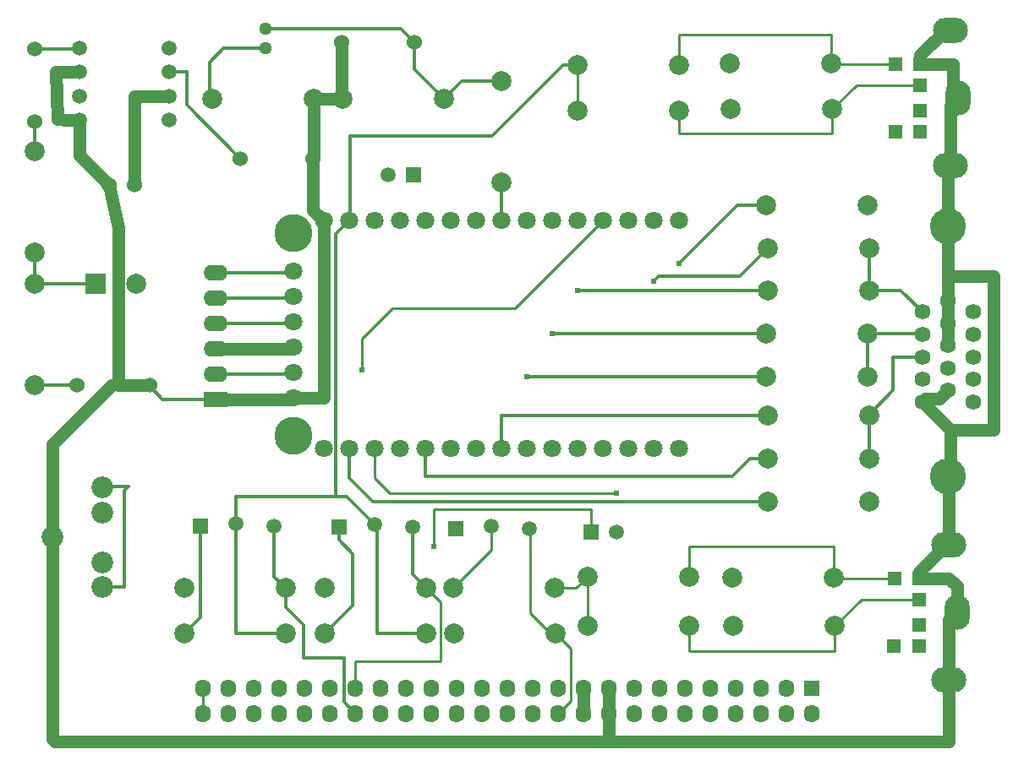
<source format=gbl>
G04 Layer: BottomLayer*
G04 EasyEDA v6.5.39, 2024-10-15 13:45:21*
G04 028e3914a6f949ed9ca799ef75e4ed4f,10*
G04 Gerber Generator version 0.2*
G04 Scale: 100 percent, Rotated: No, Reflected: No *
G04 Dimensions in inches *
G04 leading zeros omitted , absolute positions ,3 integer and 6 decimal *
%FSLAX36Y36*%
%MOIN*%

%ADD10C,0.0500*%
%ADD11C,0.0100*%
%ADD12C,0.0120*%
%ADD13R,0.0591X0.0591*%
%ADD14C,0.0591*%
%ADD15C,0.0787*%
%ADD16O,0.094488X0.06299199999999999*%
%ADD17R,0.0945X0.0630*%
%ADD18C,0.0590*%
%ADD19R,0.0590X0.0590*%
%ADD20C,0.1417*%
%ADD21C,0.0627*%
%ADD22C,0.0600*%
%ADD23C,0.0512*%
%ADD24R,0.0787X0.0787*%
%ADD25C,0.0860*%
%ADD26C,0.0598*%
%ADD27C,0.0709*%
%ADD28C,0.1500*%
%ADD29O,0.062X0.07*%
%ADD30R,0.0620X0.0620*%
%ADD31O,0.138X0.1*%
%ADD32O,0.1X0.138*%
%ADD33R,0.0560X0.0560*%
%ADD34C,0.0240*%
%ADD35C,0.0185*%

%LPD*%
D10*
X2350000Y-2700000D02*
G01*
X2350000Y-2800000D01*
X2250000Y-2800000D02*
G01*
X2250000Y-2700000D01*
D11*
X750000Y-2800000D02*
G01*
X750000Y-2700000D01*
X2280000Y-2085000D02*
G01*
X2280000Y-1995000D01*
X1660000Y-1995000D01*
X1660000Y-2140000D01*
X1425000Y-1755000D02*
G01*
X1425000Y-1870000D01*
X1485000Y-1930000D01*
X2380000Y-1930000D01*
X1375000Y-1445000D02*
G01*
X1375000Y-1320000D01*
X1495000Y-1200000D01*
X1980000Y-1200000D01*
X2325000Y-855000D01*
D12*
X1575000Y-2065000D02*
G01*
X1575000Y-2250000D01*
X1630000Y-2305000D01*
X1075000Y-2305000D02*
G01*
X1075000Y-2380000D01*
X1145000Y-2450000D01*
X1145000Y-2580000D01*
X1305000Y-2580000D01*
X1305000Y-2755000D01*
X1350000Y-2800000D01*
X740000Y-2060000D02*
G01*
X740000Y-2420000D01*
X675000Y-2485000D01*
X1230000Y-2485000D02*
G01*
X1340000Y-2375000D01*
X1340000Y-2170000D01*
X1285000Y-2115000D01*
X1285000Y-2065000D01*
X1325000Y-1755000D02*
G01*
X1325000Y-1870000D01*
X1420000Y-1965000D01*
X2975000Y-1965000D01*
X353499Y-1908000D02*
G01*
X356500Y-1905000D01*
X455000Y-1905000D01*
X440000Y-1920000D01*
X440000Y-2300000D01*
X438000Y-2301999D01*
X353499Y-2301999D01*
X880000Y-2050000D02*
G01*
X880000Y-1945000D01*
X1315000Y-1945000D01*
X1425000Y-2055000D01*
X617159Y-267761D02*
G01*
X685000Y-267761D01*
X685000Y-398701D01*
X896298Y-610000D01*
X880000Y-2050000D02*
G01*
X880000Y-2485000D01*
X1075000Y-2485000D01*
X1030000Y-2060000D02*
G01*
X1030000Y-2260000D01*
X1075000Y-2305000D01*
X2225000Y-240000D02*
G01*
X2170000Y-240000D01*
X1890000Y-520000D01*
X1330000Y-520000D01*
X1330000Y-850000D01*
X1325000Y-855000D01*
X3375000Y-1625000D02*
G01*
X3375000Y-1620000D01*
X3470000Y-1525000D01*
X3470000Y-1392150D01*
X3585000Y-1392150D01*
X3375000Y-1625000D02*
G01*
X3375000Y-1795000D01*
X3370000Y-1300000D02*
G01*
X3370000Y-1470000D01*
X3370000Y-1300000D02*
G01*
X3581430Y-1300000D01*
X3585000Y-1303569D01*
X3375000Y-1130000D02*
G01*
X3500020Y-1130000D01*
X3585000Y-1214980D01*
X3375000Y-965000D02*
G01*
X3375000Y-1130000D01*
X538699Y-1505000D02*
G01*
X538699Y-1508699D01*
X590000Y-1560000D01*
X800000Y-1560000D01*
X800000Y-1460000D02*
G01*
X1100000Y-1460000D01*
X1105000Y-1455000D01*
X800000Y-1260000D02*
G01*
X1100000Y-1260000D01*
X1105000Y-1255000D01*
X800000Y-1160000D02*
G01*
X1100000Y-1160000D01*
X1105000Y-1155000D01*
X800000Y-1060000D02*
G01*
X1100000Y-1060000D01*
X1105000Y-1055000D01*
X85000Y-1505000D02*
G01*
X251298Y-1505000D01*
X85000Y-1105000D02*
G01*
X326260Y-1105000D01*
X85000Y-980000D02*
G01*
X85000Y-1105000D01*
X85000Y-463699D02*
G01*
X85000Y-580000D01*
X85000Y-176298D02*
G01*
X259801Y-176298D01*
X262829Y-173270D01*
X995000Y-174369D02*
G01*
X830630Y-174369D01*
X775000Y-230000D01*
X775000Y-365000D01*
X785000Y-375000D01*
X1583701Y-150000D02*
G01*
X1583701Y-258701D01*
X1700000Y-375000D01*
X995000Y-95630D02*
G01*
X1529331Y-95630D01*
X1583701Y-150000D01*
X1925000Y-705000D02*
G01*
X1925000Y-855000D01*
X1925000Y-305000D02*
G01*
X1770000Y-305000D01*
X1700000Y-375000D01*
X1325000Y-855000D02*
G01*
X1273288Y-906712D01*
X1273288Y-1945000D01*
X1425000Y-2055000D02*
G01*
X1435000Y-2065000D01*
X1435000Y-2485000D01*
X1630000Y-2485000D01*
X1625000Y-1755000D02*
G01*
X1625000Y-1865000D01*
X2835000Y-1865000D01*
X2905000Y-1795000D01*
X2975000Y-1795000D01*
X1925000Y-1755000D02*
G01*
X1925000Y-1625000D01*
X2975000Y-1625000D01*
X2025000Y-1470000D02*
G01*
X2970000Y-1470000D01*
X2125000Y-1300000D02*
G01*
X2970000Y-1300000D01*
X2225000Y-1130000D02*
G01*
X2975000Y-1130000D01*
X2525000Y-1095000D02*
G01*
X2545000Y-1075000D01*
X2865000Y-1075000D01*
X2975000Y-965000D01*
X2625000Y-1025000D02*
G01*
X2855000Y-795000D01*
X2970000Y-795000D01*
D11*
X2225000Y-240000D02*
G01*
X2225000Y-420000D01*
X2625000Y-240000D02*
G01*
X2625000Y-120000D01*
X3225000Y-120000D01*
X3225000Y-235000D01*
X3225000Y-235000D02*
G01*
X3226000Y-235999D01*
X3481000Y-235999D01*
X3230000Y-415000D02*
G01*
X3326000Y-319000D01*
X3576999Y-319000D01*
X2625000Y-420000D02*
G01*
X2625000Y-510000D01*
X3230000Y-510000D01*
X3230000Y-415000D01*
X2265000Y-2260000D02*
G01*
X2265000Y-2455000D01*
X3235000Y-2265000D02*
G01*
X3236000Y-2265999D01*
X3476000Y-2265999D01*
X3240000Y-2455000D02*
G01*
X3346000Y-2349000D01*
X3571999Y-2349000D01*
X2665000Y-2455000D02*
G01*
X2665000Y-2555000D01*
X3240000Y-2555000D01*
X3240000Y-2455000D01*
X2665000Y-2260000D02*
G01*
X2665000Y-2140000D01*
X3235000Y-2140000D01*
X3235000Y-2265000D01*
X1885000Y-2060000D02*
G01*
X1885000Y-2155000D01*
X1735000Y-2305000D01*
X2135000Y-2305000D02*
G01*
X2220000Y-2305000D01*
X2265000Y-2260000D01*
X2140000Y-2485000D02*
G01*
X2200000Y-2545000D01*
X2200000Y-2750000D01*
X2150000Y-2800000D01*
X2140000Y-2485000D02*
G01*
X2120000Y-2485000D01*
X2040000Y-2405000D01*
X2040000Y-2075000D01*
X2035000Y-2070000D01*
X1350000Y-2700000D02*
G01*
X1350000Y-2595000D01*
X1685000Y-2595000D01*
X1685000Y-2360000D01*
X1630000Y-2305000D01*
D10*
X617199Y-362199D02*
G01*
X480000Y-362199D01*
X479200Y-715000D01*
X3721999Y-2400000D02*
G01*
X3690000Y-2431999D01*
X3690000Y-2668000D01*
X3680000Y-2133998D02*
G01*
X3571999Y-2241999D01*
X3571999Y-2265999D01*
X3685000Y-1862130D02*
G01*
X3690000Y-1867130D01*
X3690000Y-2133998D01*
X3695000Y-1871415D02*
G01*
X3695000Y-1679310D01*
X3585000Y-1569310D01*
X3695000Y-887156D02*
G01*
X3685000Y-897156D01*
X3685000Y-1170689D01*
X3695000Y-638000D02*
G01*
X3685000Y-648000D01*
X3685000Y-877869D01*
X3726999Y-370000D02*
G01*
X3695000Y-401999D01*
X3695000Y-638000D01*
X3706999Y-370000D02*
G01*
X3706999Y-236999D01*
X3706000Y-235999D01*
X3576999Y-235999D01*
X3675000Y-103998D02*
G01*
X3576999Y-201999D01*
X3576999Y-235999D01*
X156500Y-2105000D02*
G01*
X155000Y-2106500D01*
X155000Y-2900000D01*
X165000Y-2910000D01*
X2350000Y-2910000D01*
X2350000Y-2800000D01*
X3690000Y-2668000D02*
G01*
X3690000Y-2910000D01*
X2355000Y-2910000D01*
X538699Y-1505000D02*
G01*
X415000Y-1505000D01*
X415000Y-885000D01*
X380799Y-715000D01*
X156500Y-2105000D02*
G01*
X156500Y-1736813D01*
X388314Y-1505000D01*
X262829Y-456730D02*
G01*
X262829Y-597040D01*
X380790Y-715000D01*
X1296301Y-150000D02*
G01*
X1296301Y-371300D01*
X1300000Y-375000D01*
X1185000Y-375000D02*
G01*
X1185000Y-608699D01*
X1183698Y-610000D01*
X1300000Y-375000D02*
G01*
X1185000Y-375000D01*
X1183698Y-610000D02*
G01*
X1183698Y-813699D01*
X1225000Y-855000D01*
X1225000Y-855000D02*
G01*
X1225000Y-1555000D01*
X1105000Y-1555000D01*
X800000Y-1560000D02*
G01*
X1100000Y-1560000D01*
X1105000Y-1555000D01*
X3685000Y-1347890D02*
G01*
X3685000Y-1259310D01*
X3685000Y-1259310D02*
G01*
X3685000Y-1170720D01*
X3685000Y-1525000D02*
G01*
X3653599Y-1556399D01*
X3595000Y-1556399D01*
X800000Y-1360000D02*
G01*
X1100000Y-1360000D01*
X1105000Y-1355000D01*
X3695000Y-1679310D02*
G01*
X3865000Y-1679310D01*
X3865000Y-1075000D01*
X3685000Y-1075000D01*
X262829Y-267761D02*
G01*
X170000Y-267761D01*
X175000Y-455000D01*
X259560Y-460000D01*
X262829Y-456730D01*
X3571999Y-2265999D02*
G01*
X3691000Y-2265999D01*
X3721999Y-2296999D01*
X3721999Y-2400000D01*
D13*
G01*
X1745000Y-2070000D03*
D14*
G01*
X1885000Y-2060000D03*
G01*
X2035000Y-2070000D03*
D15*
G01*
X1735000Y-2305000D03*
G01*
X2135000Y-2305000D03*
G01*
X1740000Y-2485000D03*
G01*
X2140000Y-2485000D03*
D16*
G01*
X800000Y-1060000D03*
G01*
X800000Y-1160000D03*
G01*
X800000Y-1260000D03*
G01*
X800000Y-1360000D03*
G01*
X800000Y-1460000D03*
D17*
G01*
X800000Y-1560000D03*
D18*
G01*
X2380000Y-2085000D03*
D19*
G01*
X2280000Y-2085000D03*
D18*
G01*
X1480000Y-675000D03*
D19*
G01*
X1580000Y-675000D03*
D20*
G01*
X3685000Y-1862159D03*
G01*
X3685000Y-877899D03*
D21*
G01*
X3585000Y-1569340D03*
G01*
X3585000Y-1480760D03*
G01*
X3585000Y-1392179D03*
G01*
X3585000Y-1303600D03*
G01*
X3585000Y-1215010D03*
G01*
X3685000Y-1525050D03*
G01*
X3685000Y-1436469D03*
G01*
X3685000Y-1347890D03*
G01*
X3685000Y-1259310D03*
G01*
X3685000Y-1170720D03*
G01*
X3785000Y-1569340D03*
G01*
X3785000Y-1480760D03*
G01*
X3785000Y-1392179D03*
G01*
X3785000Y-1303600D03*
G01*
X3785000Y-1215010D03*
D22*
G01*
X1583699Y-150000D03*
G01*
X1296300Y-150000D03*
G01*
X896300Y-610000D03*
G01*
X1183699Y-610000D03*
G01*
X85000Y-176300D03*
G01*
X85000Y-463699D03*
G01*
X251300Y-1505000D03*
G01*
X538699Y-1505000D03*
D23*
G01*
X995000Y-95630D03*
G01*
X995000Y-174369D03*
D22*
G01*
X479209Y-715000D03*
G01*
X380790Y-715000D03*
D24*
G01*
X326260Y-1105000D03*
D15*
G01*
X487680Y-1105000D03*
D25*
G01*
X156500Y-2105000D03*
G01*
X353499Y-2006999D03*
G01*
X353499Y-1908000D03*
G01*
X353499Y-2203000D03*
G01*
X353499Y-2301999D03*
D26*
G01*
X262829Y-173270D03*
G01*
X262829Y-267759D03*
G01*
X262829Y-362240D03*
G01*
X262829Y-456729D03*
G01*
X617159Y-456729D03*
G01*
X617159Y-362240D03*
G01*
X617159Y-267759D03*
G01*
X617159Y-173270D03*
D27*
G01*
X1225000Y-1755000D03*
G01*
X1325000Y-1755000D03*
G01*
X1425000Y-1755000D03*
G01*
X1525000Y-1755000D03*
G01*
X1625000Y-1755000D03*
G01*
X1725000Y-1755000D03*
G01*
X1825000Y-1755000D03*
G01*
X1925000Y-1755000D03*
G01*
X2025000Y-1755000D03*
G01*
X2125000Y-1755000D03*
G01*
X2225000Y-1755000D03*
G01*
X2325000Y-1755000D03*
G01*
X2425000Y-1755000D03*
G01*
X2525000Y-1755000D03*
G01*
X2625000Y-1755000D03*
G01*
X2625000Y-855000D03*
G01*
X2525000Y-855000D03*
G01*
X2425000Y-855000D03*
G01*
X2325000Y-855000D03*
G01*
X2225000Y-855000D03*
G01*
X2125000Y-855000D03*
G01*
X2025000Y-855000D03*
G01*
X1925000Y-855000D03*
G01*
X1825000Y-855000D03*
G01*
X1725000Y-855000D03*
G01*
X1625000Y-855000D03*
G01*
X1525000Y-855000D03*
G01*
X1425000Y-855000D03*
G01*
X1325000Y-855000D03*
G01*
X1225000Y-855000D03*
G01*
X1105000Y-1055000D03*
G01*
X1105000Y-1155000D03*
G01*
X1105000Y-1255000D03*
G01*
X1105000Y-1355000D03*
G01*
X1105000Y-1455000D03*
G01*
X1105000Y-1555000D03*
D28*
G01*
X1105000Y-905000D03*
G01*
X1105000Y-1705000D03*
D29*
G01*
X2950000Y-2800000D03*
G01*
X2950000Y-2700000D03*
G01*
X3050000Y-2800000D03*
G01*
X3050000Y-2700000D03*
G01*
X3150000Y-2800000D03*
D30*
G01*
X3150000Y-2700000D03*
D29*
G01*
X2850000Y-2700000D03*
G01*
X2850000Y-2800000D03*
G01*
X2750000Y-2700000D03*
G01*
X2750000Y-2800000D03*
G01*
X2650000Y-2700000D03*
G01*
X2650000Y-2800000D03*
G01*
X2550000Y-2700000D03*
G01*
X2550000Y-2800000D03*
G01*
X2450000Y-2700000D03*
G01*
X2450000Y-2800000D03*
G01*
X2350000Y-2700000D03*
G01*
X2350000Y-2800000D03*
G01*
X2250000Y-2700000D03*
G01*
X2250000Y-2800000D03*
G01*
X2150000Y-2700000D03*
G01*
X2150000Y-2800000D03*
G01*
X2050000Y-2700000D03*
G01*
X2050000Y-2800000D03*
G01*
X1950000Y-2700000D03*
G01*
X1950000Y-2800000D03*
G01*
X1850000Y-2800000D03*
G01*
X1750000Y-2800000D03*
G01*
X1850000Y-2700000D03*
G01*
X1750000Y-2700000D03*
G01*
X1650000Y-2700000D03*
G01*
X1550000Y-2700000D03*
G01*
X1450000Y-2700000D03*
G01*
X1350000Y-2700000D03*
G01*
X1250000Y-2700000D03*
G01*
X1150000Y-2700000D03*
G01*
X1050000Y-2700000D03*
G01*
X950000Y-2700000D03*
G01*
X850000Y-2700000D03*
G01*
X750000Y-2700000D03*
G01*
X1650000Y-2800000D03*
G01*
X1550000Y-2800000D03*
G01*
X1450000Y-2800000D03*
G01*
X1350000Y-2800000D03*
G01*
X1250000Y-2800000D03*
G01*
X1150000Y-2800000D03*
G01*
X1050000Y-2800000D03*
G01*
X950000Y-2800000D03*
G01*
X850000Y-2800000D03*
G01*
X750000Y-2800000D03*
D31*
G01*
X3695000Y-638000D03*
G01*
X3695000Y-104000D03*
D32*
G01*
X3726999Y-370000D03*
D33*
G01*
X3576999Y-420999D03*
G01*
X3576999Y-319000D03*
G01*
X3576999Y-235999D03*
G01*
X3576999Y-504000D03*
G01*
X3478999Y-504000D03*
G01*
X3481000Y-235999D03*
D31*
G01*
X3690000Y-2668000D03*
G01*
X3690000Y-2134000D03*
D32*
G01*
X3721999Y-2400000D03*
D33*
G01*
X3571999Y-2450999D03*
G01*
X3571999Y-2349000D03*
G01*
X3571999Y-2265999D03*
G01*
X3571999Y-2534000D03*
G01*
X3473999Y-2534000D03*
G01*
X3476000Y-2265999D03*
D13*
G01*
X1285000Y-2065000D03*
D14*
G01*
X1425000Y-2055000D03*
G01*
X1575000Y-2065000D03*
D13*
G01*
X740000Y-2060000D03*
D14*
G01*
X880000Y-2050000D03*
G01*
X1030000Y-2060000D03*
D15*
G01*
X3370000Y-795000D03*
G01*
X2970000Y-795000D03*
G01*
X3375000Y-1965000D03*
G01*
X2975000Y-1965000D03*
G01*
X3375000Y-1130000D03*
G01*
X2975000Y-1130000D03*
G01*
X3375000Y-965000D03*
G01*
X2975000Y-965000D03*
G01*
X3370000Y-1470000D03*
G01*
X2970000Y-1470000D03*
G01*
X3370000Y-1300000D03*
G01*
X2970000Y-1300000D03*
G01*
X3375000Y-1795000D03*
G01*
X2975000Y-1795000D03*
G01*
X3375000Y-1625000D03*
G01*
X2975000Y-1625000D03*
G01*
X1230000Y-2485000D03*
G01*
X1630000Y-2485000D03*
G01*
X1230000Y-2305000D03*
G01*
X1630000Y-2305000D03*
G01*
X1075000Y-2485000D03*
G01*
X675000Y-2485000D03*
G01*
X675000Y-2305000D03*
G01*
X1075000Y-2305000D03*
G01*
X3230000Y-415000D03*
G01*
X2830000Y-415000D03*
G01*
X3225000Y-235000D03*
G01*
X2825000Y-235000D03*
G01*
X3240000Y-2455000D03*
G01*
X2840000Y-2455000D03*
G01*
X3235000Y-2265000D03*
G01*
X2835000Y-2265000D03*
G01*
X2625000Y-420000D03*
G01*
X2225000Y-420000D03*
G01*
X2625000Y-240000D03*
G01*
X2225000Y-240000D03*
G01*
X2665000Y-2455000D03*
G01*
X2265000Y-2455000D03*
G01*
X2665000Y-2260000D03*
G01*
X2265000Y-2260000D03*
G01*
X1925000Y-705000D03*
G01*
X1925000Y-305000D03*
G01*
X1700000Y-375000D03*
G01*
X1300000Y-375000D03*
G01*
X785000Y-375000D03*
G01*
X1185000Y-375000D03*
G01*
X85000Y-580000D03*
G01*
X85000Y-980000D03*
G01*
X85000Y-1105000D03*
G01*
X85000Y-1505000D03*
D34*
G01*
X2025000Y-1470000D03*
G01*
X2625000Y-1025000D03*
G01*
X2225000Y-1130000D03*
G01*
X2125000Y-1300000D03*
G01*
X2525000Y-1095000D03*
G01*
X1375000Y-1445000D03*
G01*
X2380000Y-1930000D03*
G01*
X1660000Y-2140000D03*
M02*

</source>
